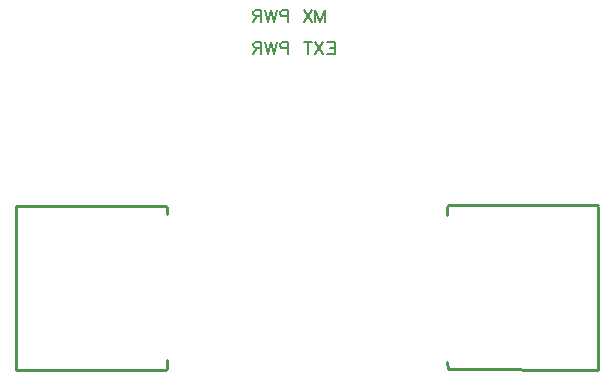
<source format=gbo>
G04 DipTrace 3.0.0.1*
G04 Maxon_Brushless_Driver_v2.0-version2.GBO*
%MOIN*%
G04 #@! TF.FileFunction,Legend,Bot*
G04 #@! TF.Part,Single*
%ADD10C,0.009843*%
%ADD45C,0.006176*%
%FSLAX26Y26*%
G04*
G70*
G90*
G75*
G01*
G04 BotSilk*
%LPD*%
X902516Y830657D2*
D10*
Y858228D1*
X898576Y824726D2*
X398587D1*
Y830657D2*
Y1373936D1*
X402527D2*
X898576Y1371959D1*
X900546Y1369981D2*
X902516Y1346365D1*
X1835297Y1369975D2*
Y1342405D1*
X1839237Y1375907D2*
X2339227D1*
Y1369975D2*
Y826697D1*
X2335287D2*
X1839237Y828674D1*
X1837267Y830651D2*
X1835297Y854267D1*
X1396218Y1985624D2*
D45*
Y2025816D1*
X1411517Y1985624D1*
X1426815Y2025816D1*
Y1985624D1*
X1383867Y2025816D2*
X1357072Y1985624D1*
Y2025816D2*
X1383867Y1985624D1*
X1305840Y2004770D2*
X1288596D1*
X1282892Y2006671D1*
X1280947Y2008616D1*
X1279045Y2012419D1*
Y2018167D1*
X1280947Y2021969D1*
X1282892Y2023915D1*
X1288596Y2025816D1*
X1305840D1*
Y1985624D1*
X1266694Y2025816D2*
X1257099Y1985624D1*
X1247549Y2025816D1*
X1237998Y1985624D1*
X1228403Y2025816D1*
X1216052Y2006671D2*
X1198852D1*
X1193104Y2008616D1*
X1191158Y2010518D1*
X1189257Y2014320D1*
Y2018167D1*
X1191158Y2021969D1*
X1193104Y2023915D1*
X1198852Y2025816D1*
X1216052D1*
Y1985624D1*
X1202654Y2006671D2*
X1189257Y1985624D1*
X1435364Y1919555D2*
X1460213D1*
Y1879363D1*
X1435364D1*
X1460213Y1900410D2*
X1444915D1*
X1423013Y1919555D2*
X1396218Y1879363D1*
Y1919555D2*
X1423013Y1879363D1*
X1370470Y1919555D2*
Y1879363D1*
X1383867Y1919555D2*
X1357072D1*
X1305840Y1898508D2*
X1288596D1*
X1282892Y1900410D1*
X1280947Y1902355D1*
X1279045Y1906158D1*
Y1911906D1*
X1280947Y1915708D1*
X1282892Y1917654D1*
X1288596Y1919555D1*
X1305840D1*
Y1879363D1*
X1266694Y1919555D2*
X1257099Y1879363D1*
X1247549Y1919555D1*
X1237998Y1879363D1*
X1228403Y1919555D1*
X1216052Y1900410D2*
X1198852D1*
X1193104Y1902355D1*
X1191158Y1904256D1*
X1189257Y1908059D1*
Y1911906D1*
X1191158Y1915708D1*
X1193104Y1917654D1*
X1198852Y1919555D1*
X1216052D1*
Y1879363D1*
X1202654Y1900410D2*
X1189257Y1879363D1*
M02*

</source>
